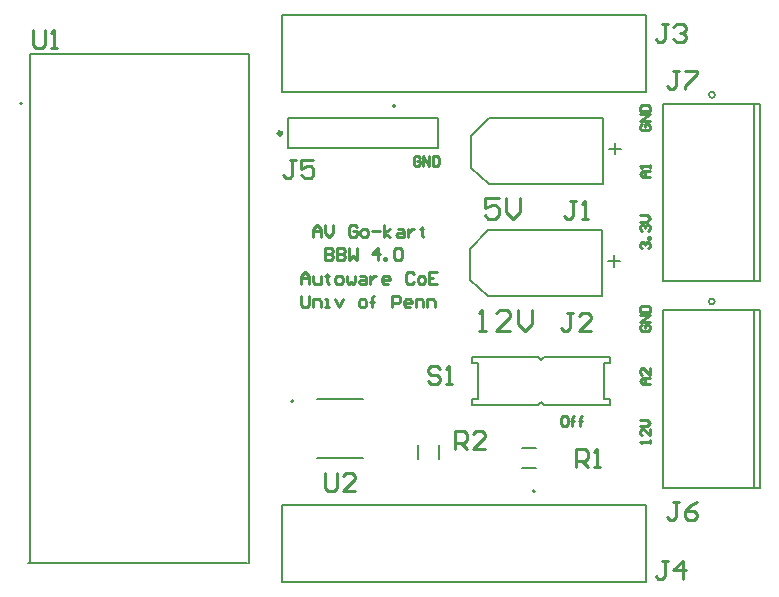
<source format=gto>
G04*
G04 #@! TF.GenerationSoftware,Altium Limited,Altium Designer,22.8.2 (66)*
G04*
G04 Layer_Color=65535*
%FSLAX42Y42*%
%MOMM*%
G71*
G04*
G04 #@! TF.SameCoordinates,DC65C484-324B-465E-8F3B-FD5F0C8E9CB4*
G04*
G04*
G04 #@! TF.FilePolarity,Positive*
G04*
G01*
G75*
%ADD10C,0.20*%
%ADD11C,0.20*%
%ADD12C,0.30*%
%ADD13C,0.13*%
%ADD14C,0.25*%
D10*
X6475Y2475D02*
G03*
X6475Y2475I-25J0D01*
G01*
Y4225D02*
G03*
X6475Y4225I-25J0D01*
G01*
D11*
X4952Y870D02*
G03*
X4952Y870I-10J0D01*
G01*
X610Y4150D02*
G03*
X610Y4150I-10J0D01*
G01*
X3768Y4130D02*
G03*
X3768Y4130I-10J0D01*
G01*
X2906Y1631D02*
G03*
X2906Y1631I-10J0D01*
G01*
D12*
X2807Y3900D02*
G03*
X2807Y3900I-15J0D01*
G01*
D13*
X6860Y900D02*
Y2400D01*
X6810Y900D02*
X6860D01*
X6040D02*
X6810D01*
X6040D02*
Y2400D01*
X6860D01*
X6810Y900D02*
Y2400D01*
X6860Y2650D02*
Y4150D01*
X6810Y2650D02*
X6860D01*
X6040D02*
X6810D01*
X6040D02*
Y4150D01*
X6860D01*
X6810Y2650D02*
Y4150D01*
X2809Y100D02*
X5890D01*
X2809D02*
Y750D01*
X5890Y100D02*
Y750D01*
X2809D02*
X5890D01*
X4400Y2658D02*
Y2920D01*
Y2658D02*
X4557Y2520D01*
X5520D02*
Y3080D01*
X5570Y2820D02*
X5670D01*
X5620Y2770D02*
Y2870D01*
X4557Y2520D02*
X5520D01*
X4557Y3080D02*
X5520D01*
X4400Y2920D02*
Y2923D01*
X4557Y3080D01*
X4410Y3873D02*
X4567Y4030D01*
X4410Y3870D02*
Y3873D01*
X4567Y4030D02*
X5530D01*
X4567Y3470D02*
X5530D01*
X5630Y3720D02*
Y3820D01*
X5580Y3770D02*
X5680D01*
X5530Y3470D02*
Y4030D01*
X4410Y3608D02*
X4567Y3470D01*
X4410Y3608D02*
Y3870D01*
X673Y4570D02*
X2527D01*
X673Y265D02*
X673Y4570D01*
X2527Y265D02*
X2527Y4570D01*
X660Y265D02*
X2514D01*
X2809Y4900D02*
X5890D01*
Y4250D02*
Y4900D01*
X2809Y4250D02*
Y4900D01*
Y4250D02*
X5890D01*
X2865Y3775D02*
Y4025D01*
Y3775D02*
X4135D01*
Y4025D01*
X2865D02*
X4135D01*
X4842Y1062D02*
X4958D01*
X4842Y1238D02*
X4958D01*
X5025Y1597D02*
X5584D01*
X5000Y1622D02*
X5025Y1597D01*
X4975D02*
X5000Y1622D01*
X4416Y1597D02*
X4975D01*
X4416D02*
Y1648D01*
X4467D01*
Y1952D01*
X4416D02*
X4467D01*
X4416D02*
Y2003D01*
X4975D01*
X5000Y1978D01*
X5025Y2003D01*
X5584D01*
Y1952D02*
Y2003D01*
X5533Y1952D02*
X5584D01*
X5533Y1648D02*
Y1952D01*
Y1648D02*
X5584D01*
Y1597D02*
Y1648D01*
X3105Y1652D02*
X3495D01*
X3105Y1148D02*
X3495D01*
X3962Y1142D02*
Y1258D01*
X4138Y1142D02*
Y1258D01*
D14*
X4475Y2225D02*
X4535D01*
X4505D01*
Y2405D01*
X4475Y2375D01*
X4745Y2225D02*
X4625D01*
X4745Y2345D01*
Y2375D01*
X4715Y2405D01*
X4655D01*
X4625Y2375D01*
X4805Y2405D02*
Y2285D01*
X4865Y2225D01*
X4925Y2285D01*
Y2405D01*
X4645Y3355D02*
X4525D01*
Y3265D01*
X4585Y3295D01*
X4615D01*
X4645Y3265D01*
Y3205D01*
X4615Y3175D01*
X4555D01*
X4525Y3205D01*
X4705Y3355D02*
Y3235D01*
X4765Y3175D01*
X4825Y3235D01*
Y3355D01*
X5215Y1505D02*
X5189D01*
X5175Y1492D01*
Y1439D01*
X5189Y1425D01*
X5215D01*
X5229Y1439D01*
Y1492D01*
X5215Y1505D01*
X5269Y1425D02*
Y1492D01*
Y1465D01*
X5255D01*
X5282D01*
X5269D01*
Y1492D01*
X5282Y1505D01*
X5335Y1425D02*
Y1492D01*
Y1465D01*
X5322D01*
X5349D01*
X5335D01*
Y1492D01*
X5349Y1505D01*
X5858Y2925D02*
X5845Y2939D01*
Y2965D01*
X5858Y2979D01*
X5871D01*
X5885Y2965D01*
Y2952D01*
Y2965D01*
X5898Y2979D01*
X5911D01*
X5925Y2965D01*
Y2939D01*
X5911Y2925D01*
X5925Y3005D02*
X5911D01*
Y3019D01*
X5925D01*
Y3005D01*
X5858Y3072D02*
X5845Y3085D01*
Y3112D01*
X5858Y3125D01*
X5871D01*
X5885Y3112D01*
Y3099D01*
Y3112D01*
X5898Y3125D01*
X5911D01*
X5925Y3112D01*
Y3085D01*
X5911Y3072D01*
X5845Y3152D02*
X5898D01*
X5925Y3179D01*
X5898Y3205D01*
X5845D01*
X5858Y3979D02*
X5845Y3965D01*
Y3939D01*
X5858Y3925D01*
X5911D01*
X5925Y3939D01*
Y3965D01*
X5911Y3979D01*
X5885D01*
Y3952D01*
X5925Y4005D02*
X5845D01*
X5925Y4059D01*
X5845D01*
Y4085D02*
X5925D01*
Y4125D01*
X5911Y4139D01*
X5858D01*
X5845Y4125D01*
Y4085D01*
X5925Y3525D02*
X5871D01*
X5845Y3552D01*
X5871Y3579D01*
X5925D01*
X5885D01*
Y3525D01*
X5925Y3605D02*
Y3632D01*
Y3619D01*
X5845D01*
X5858Y3605D01*
X5925Y1775D02*
X5871D01*
X5845Y1802D01*
X5871Y1829D01*
X5925D01*
X5885D01*
Y1775D01*
X5925Y1909D02*
Y1855D01*
X5871Y1909D01*
X5858D01*
X5845Y1895D01*
Y1869D01*
X5858Y1855D01*
X5925Y1275D02*
Y1302D01*
Y1289D01*
X5845D01*
X5858Y1275D01*
X5925Y1395D02*
Y1342D01*
X5871Y1395D01*
X5858D01*
X5845Y1382D01*
Y1355D01*
X5858Y1342D01*
X5845Y1422D02*
X5898D01*
X5925Y1449D01*
X5898Y1475D01*
X5845D01*
X5858Y2279D02*
X5845Y2265D01*
Y2239D01*
X5858Y2225D01*
X5911D01*
X5925Y2239D01*
Y2265D01*
X5911Y2279D01*
X5885D01*
Y2252D01*
X5925Y2305D02*
X5845D01*
X5925Y2359D01*
X5845D01*
Y2385D02*
X5925D01*
Y2425D01*
X5911Y2439D01*
X5858D01*
X5845Y2425D01*
Y2385D01*
X3979Y3692D02*
X3965Y3705D01*
X3939D01*
X3925Y3692D01*
Y3639D01*
X3939Y3625D01*
X3965D01*
X3979Y3639D01*
Y3665D01*
X3952D01*
X4005Y3625D02*
Y3705D01*
X4059Y3625D01*
Y3705D01*
X4085D02*
Y3625D01*
X4125D01*
X4139Y3639D01*
Y3692D01*
X4125Y3705D01*
X4085D01*
X3075Y3025D02*
Y3092D01*
X3109Y3125D01*
X3142Y3092D01*
Y3025D01*
Y3075D01*
X3075D01*
X3175Y3125D02*
Y3059D01*
X3209Y3025D01*
X3242Y3059D01*
Y3125D01*
X3442Y3109D02*
X3425Y3125D01*
X3392D01*
X3375Y3109D01*
Y3042D01*
X3392Y3025D01*
X3425D01*
X3442Y3042D01*
Y3075D01*
X3409D01*
X3492Y3025D02*
X3525D01*
X3542Y3042D01*
Y3075D01*
X3525Y3092D01*
X3492D01*
X3475Y3075D01*
Y3042D01*
X3492Y3025D01*
X3575Y3075D02*
X3642D01*
X3675Y3025D02*
Y3125D01*
Y3059D02*
X3725Y3092D01*
X3675Y3059D02*
X3725Y3025D01*
X3792Y3092D02*
X3825D01*
X3842Y3075D01*
Y3025D01*
X3792D01*
X3775Y3042D01*
X3792Y3059D01*
X3842D01*
X3875Y3092D02*
Y3025D01*
Y3059D01*
X3892Y3075D01*
X3908Y3092D01*
X3925D01*
X3992Y3109D02*
Y3092D01*
X3975D01*
X4008D01*
X3992D01*
Y3042D01*
X4008Y3025D01*
X3175Y2925D02*
Y2825D01*
X3225D01*
X3242Y2842D01*
Y2859D01*
X3225Y2875D01*
X3175D01*
X3225D01*
X3242Y2892D01*
Y2909D01*
X3225Y2925D01*
X3175D01*
X3275D02*
Y2825D01*
X3325D01*
X3342Y2842D01*
Y2859D01*
X3325Y2875D01*
X3275D01*
X3325D01*
X3342Y2892D01*
Y2909D01*
X3325Y2925D01*
X3275D01*
X3375D02*
Y2825D01*
X3409Y2859D01*
X3442Y2825D01*
Y2925D01*
X3625Y2825D02*
Y2925D01*
X3575Y2875D01*
X3642D01*
X3675Y2825D02*
Y2842D01*
X3692D01*
Y2825D01*
X3675D01*
X3759Y2909D02*
X3775Y2925D01*
X3809D01*
X3825Y2909D01*
Y2842D01*
X3809Y2825D01*
X3775D01*
X3759Y2842D01*
Y2909D01*
X2975Y2625D02*
Y2692D01*
X3009Y2725D01*
X3042Y2692D01*
Y2625D01*
Y2675D01*
X2975D01*
X3075Y2692D02*
Y2642D01*
X3092Y2625D01*
X3142D01*
Y2692D01*
X3192Y2709D02*
Y2692D01*
X3175D01*
X3209D01*
X3192D01*
Y2642D01*
X3209Y2625D01*
X3275D02*
X3309D01*
X3325Y2642D01*
Y2675D01*
X3309Y2692D01*
X3275D01*
X3259Y2675D01*
Y2642D01*
X3275Y2625D01*
X3359Y2692D02*
Y2642D01*
X3375Y2625D01*
X3392Y2642D01*
X3409Y2625D01*
X3425Y2642D01*
Y2692D01*
X3475D02*
X3509D01*
X3525Y2675D01*
Y2625D01*
X3475D01*
X3459Y2642D01*
X3475Y2659D01*
X3525D01*
X3559Y2692D02*
Y2625D01*
Y2659D01*
X3575Y2675D01*
X3592Y2692D01*
X3609D01*
X3708Y2625D02*
X3675D01*
X3659Y2642D01*
Y2675D01*
X3675Y2692D01*
X3708D01*
X3725Y2675D01*
Y2659D01*
X3659D01*
X3925Y2709D02*
X3908Y2725D01*
X3875D01*
X3858Y2709D01*
Y2642D01*
X3875Y2625D01*
X3908D01*
X3925Y2642D01*
X3975Y2625D02*
X4008D01*
X4025Y2642D01*
Y2675D01*
X4008Y2692D01*
X3975D01*
X3958Y2675D01*
Y2642D01*
X3975Y2625D01*
X4125Y2725D02*
X4058D01*
Y2625D01*
X4125D01*
X4058Y2675D02*
X4092D01*
X2975Y2525D02*
Y2442D01*
X2992Y2425D01*
X3025D01*
X3042Y2442D01*
Y2525D01*
X3075Y2425D02*
Y2492D01*
X3125D01*
X3142Y2475D01*
Y2425D01*
X3175D02*
X3209D01*
X3192D01*
Y2492D01*
X3175D01*
X3259D02*
X3292Y2425D01*
X3325Y2492D01*
X3475Y2425D02*
X3509D01*
X3525Y2442D01*
Y2475D01*
X3509Y2492D01*
X3475D01*
X3459Y2475D01*
Y2442D01*
X3475Y2425D01*
X3575D02*
Y2509D01*
Y2475D01*
X3559D01*
X3592D01*
X3575D01*
Y2509D01*
X3592Y2525D01*
X3742Y2425D02*
Y2525D01*
X3792D01*
X3808Y2509D01*
Y2475D01*
X3792Y2459D01*
X3742D01*
X3892Y2425D02*
X3858D01*
X3842Y2442D01*
Y2475D01*
X3858Y2492D01*
X3892D01*
X3908Y2475D01*
Y2459D01*
X3842D01*
X3942Y2425D02*
Y2492D01*
X3992D01*
X4008Y2475D01*
Y2425D01*
X4042D02*
Y2492D01*
X4092D01*
X4108Y2475D01*
Y2425D01*
X5275Y2376D02*
X5224D01*
X5249D01*
Y2249D01*
X5224Y2224D01*
X5198D01*
X5173Y2249D01*
X5427Y2224D02*
X5325D01*
X5427Y2325D01*
Y2351D01*
X5402Y2376D01*
X5351D01*
X5325Y2351D01*
X6175Y4426D02*
X6124D01*
X6149D01*
Y4299D01*
X6124Y4274D01*
X6098D01*
X6073Y4299D01*
X6225Y4426D02*
X6327D01*
Y4401D01*
X6225Y4299D01*
Y4274D01*
X6175Y776D02*
X6124D01*
X6149D01*
Y649D01*
X6124Y624D01*
X6098D01*
X6073Y649D01*
X6327Y776D02*
X6276Y751D01*
X6225Y700D01*
Y649D01*
X6251Y624D01*
X6302D01*
X6327Y649D01*
Y675D01*
X6302Y700D01*
X6225D01*
X5300Y3326D02*
X5249D01*
X5275D01*
Y3199D01*
X5249Y3174D01*
X5224D01*
X5198Y3199D01*
X5351Y3174D02*
X5402D01*
X5376D01*
Y3326D01*
X5351Y3301D01*
X698Y4776D02*
Y4649D01*
X724Y4624D01*
X775D01*
X800Y4649D01*
Y4776D01*
X851Y4624D02*
X902D01*
X876D01*
Y4776D01*
X851Y4751D01*
X5298Y1074D02*
Y1226D01*
X5375D01*
X5400Y1201D01*
Y1150D01*
X5375Y1125D01*
X5298D01*
X5349D02*
X5400Y1074D01*
X5451D02*
X5502D01*
X5476D01*
Y1226D01*
X5451Y1201D01*
X6075Y4826D02*
X6024D01*
X6049D01*
Y4699D01*
X6024Y4674D01*
X5998D01*
X5973Y4699D01*
X6125Y4801D02*
X6151Y4826D01*
X6202D01*
X6227Y4801D01*
Y4775D01*
X6202Y4750D01*
X6176D01*
X6202D01*
X6227Y4725D01*
Y4699D01*
X6202Y4674D01*
X6151D01*
X6125Y4699D01*
X6075Y276D02*
X6024D01*
X6049D01*
Y149D01*
X6024Y124D01*
X5998D01*
X5973Y149D01*
X6202Y124D02*
Y276D01*
X6125Y200D01*
X6227D01*
X2925Y3676D02*
X2874D01*
X2899D01*
Y3549D01*
X2874Y3524D01*
X2848D01*
X2823Y3549D01*
X3077Y3676D02*
X2975D01*
Y3600D01*
X3026Y3625D01*
X3052D01*
X3077Y3600D01*
Y3549D01*
X3052Y3524D01*
X3001D01*
X2975Y3549D01*
X3173Y1026D02*
Y899D01*
X3198Y874D01*
X3249D01*
X3275Y899D01*
Y1026D01*
X3427Y874D02*
X3325D01*
X3427Y975D01*
Y1001D01*
X3402Y1026D01*
X3351D01*
X3325Y1001D01*
X4150Y1901D02*
X4125Y1926D01*
X4074D01*
X4048Y1901D01*
Y1875D01*
X4074Y1850D01*
X4125D01*
X4150Y1825D01*
Y1799D01*
X4125Y1774D01*
X4074D01*
X4048Y1799D01*
X4201Y1774D02*
X4252D01*
X4226D01*
Y1926D01*
X4201Y1901D01*
X4273Y1224D02*
Y1376D01*
X4349D01*
X4375Y1351D01*
Y1300D01*
X4349Y1275D01*
X4273D01*
X4324D02*
X4375Y1224D01*
X4527D02*
X4425D01*
X4527Y1325D01*
Y1351D01*
X4502Y1376D01*
X4451D01*
X4425Y1351D01*
M02*

</source>
